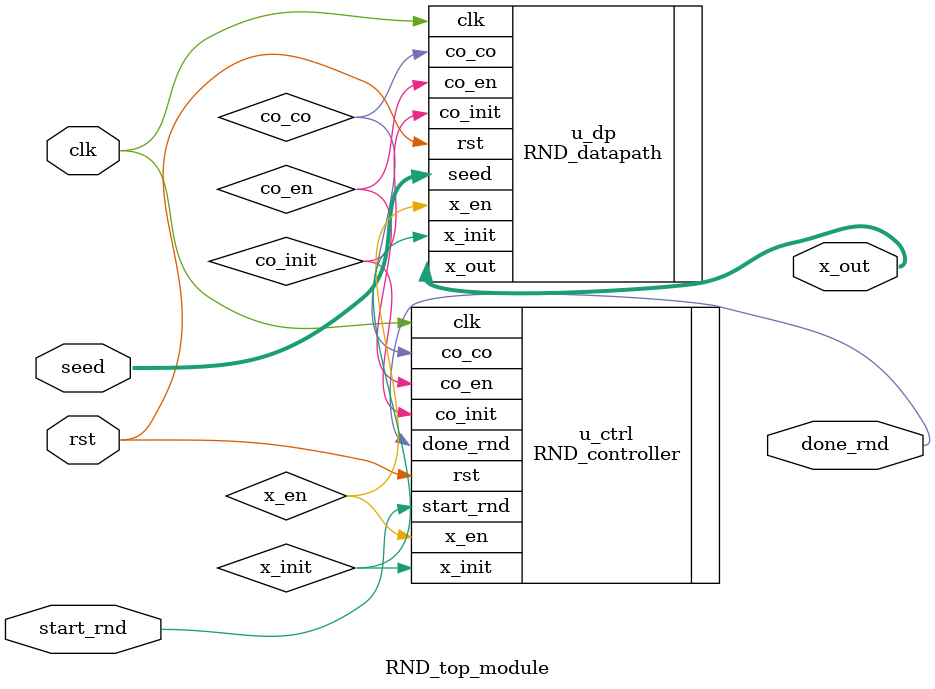
<source format=v>
module RND_top_module #(
    parameter REG_WIDTH = 6,
    parameter CNT_WIDTH = 3
)(
    input  wire clk,
    input  wire rst,
    input  wire start_rnd,
    input  wire [REG_WIDTH-1:0] seed,
    output wire done_rnd,
    output wire [1:0] x_out
);

    wire x_en, x_init, co_en, co_init, co_co;

    RND_controller u_ctrl (
        .clk(clk),
        .rst(rst),
        .start_rnd(start_rnd),
        .co_co(co_co),
        .x_en(x_en),
	.x_init(x_init),
	.co_en(co_en),
        .co_init(co_init),
        .done_rnd(done_rnd)
    );

    RND_datapath #(
        .REG_WIDTH(REG_WIDTH),
        .CNT_WIDTH(CNT_WIDTH)
    ) u_dp (
        .clk(clk),
        .rst(rst),
        .x_en(x_en),
	.x_init(x_init),
	.co_en(co_en),
        .co_init(co_init),
        .seed(seed),
        .co_co(co_co),
        .x_out(x_out)
    );

endmodule


</source>
